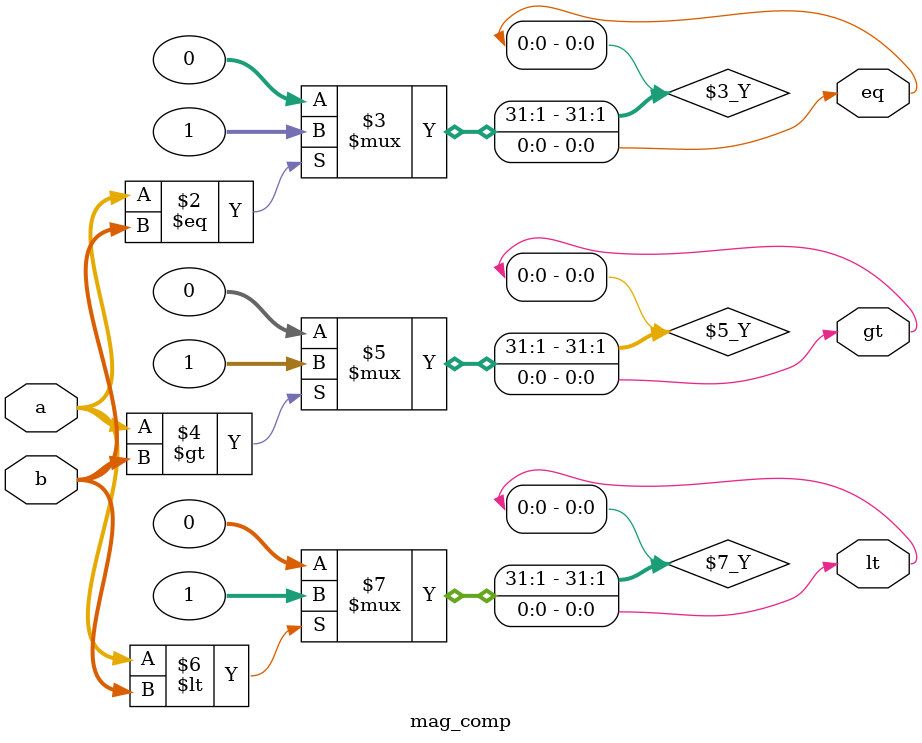
<source format=v>
module mag_comp(a,b,gt,eq,lt);
    input [3:0]a, b;
    output gt,eq,lt;
    integer i;
    reg gt,eq,lt;
    always@(a,b,gt,eq,lt)
    begin
       eq=(a==b)?1:0;
       gt=(a>b)?1:0;
       lt=(a<b)?1:0;
    end
endmodule

</source>
